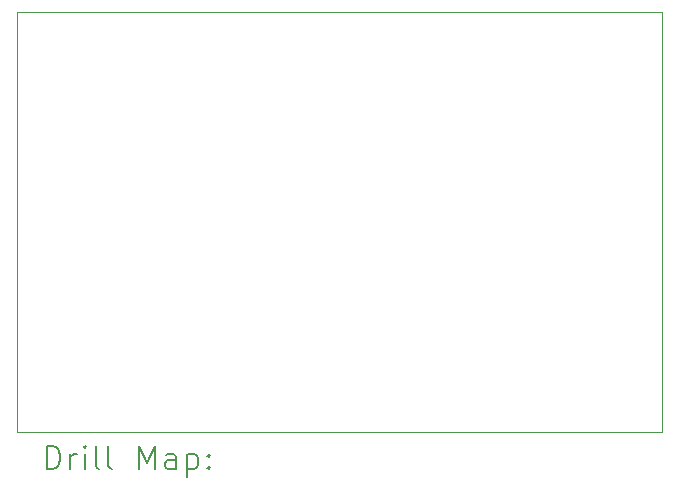
<source format=gbr>
%FSLAX45Y45*%
G04 Gerber Fmt 4.5, Leading zero omitted, Abs format (unit mm)*
G04 Created by KiCad (PCBNEW (6.0.2)) date 2022-02-27 07:15:40*
%MOMM*%
%LPD*%
G01*
G04 APERTURE LIST*
%TA.AperFunction,Profile*%
%ADD10C,0.100000*%
%TD*%
%ADD11C,0.200000*%
G04 APERTURE END LIST*
D10*
X10348652Y-2881052D02*
X4887652Y-2881052D01*
X4887652Y-2881052D02*
X4887652Y-6437052D01*
X4887652Y-6437052D02*
X10348652Y-6437052D01*
X10348652Y-6437052D02*
X10348652Y-2881052D01*
D11*
X5140271Y-6752528D02*
X5140271Y-6552528D01*
X5187890Y-6552528D01*
X5216462Y-6562052D01*
X5235509Y-6581100D01*
X5245033Y-6600147D01*
X5254557Y-6638242D01*
X5254557Y-6666814D01*
X5245033Y-6704909D01*
X5235509Y-6723957D01*
X5216462Y-6743004D01*
X5187890Y-6752528D01*
X5140271Y-6752528D01*
X5340271Y-6752528D02*
X5340271Y-6619195D01*
X5340271Y-6657290D02*
X5349795Y-6638242D01*
X5359319Y-6628719D01*
X5378366Y-6619195D01*
X5397414Y-6619195D01*
X5464081Y-6752528D02*
X5464081Y-6619195D01*
X5464081Y-6552528D02*
X5454557Y-6562052D01*
X5464081Y-6571576D01*
X5473604Y-6562052D01*
X5464081Y-6552528D01*
X5464081Y-6571576D01*
X5587890Y-6752528D02*
X5568842Y-6743004D01*
X5559319Y-6723957D01*
X5559319Y-6552528D01*
X5692652Y-6752528D02*
X5673604Y-6743004D01*
X5664080Y-6723957D01*
X5664080Y-6552528D01*
X5921223Y-6752528D02*
X5921223Y-6552528D01*
X5987890Y-6695385D01*
X6054557Y-6552528D01*
X6054557Y-6752528D01*
X6235509Y-6752528D02*
X6235509Y-6647766D01*
X6225985Y-6628719D01*
X6206938Y-6619195D01*
X6168842Y-6619195D01*
X6149795Y-6628719D01*
X6235509Y-6743004D02*
X6216461Y-6752528D01*
X6168842Y-6752528D01*
X6149795Y-6743004D01*
X6140271Y-6723957D01*
X6140271Y-6704909D01*
X6149795Y-6685861D01*
X6168842Y-6676338D01*
X6216461Y-6676338D01*
X6235509Y-6666814D01*
X6330747Y-6619195D02*
X6330747Y-6819195D01*
X6330747Y-6628719D02*
X6349795Y-6619195D01*
X6387890Y-6619195D01*
X6406938Y-6628719D01*
X6416461Y-6638242D01*
X6425985Y-6657290D01*
X6425985Y-6714433D01*
X6416461Y-6733480D01*
X6406938Y-6743004D01*
X6387890Y-6752528D01*
X6349795Y-6752528D01*
X6330747Y-6743004D01*
X6511700Y-6733480D02*
X6521223Y-6743004D01*
X6511700Y-6752528D01*
X6502176Y-6743004D01*
X6511700Y-6733480D01*
X6511700Y-6752528D01*
X6511700Y-6628719D02*
X6521223Y-6638242D01*
X6511700Y-6647766D01*
X6502176Y-6638242D01*
X6511700Y-6628719D01*
X6511700Y-6647766D01*
M02*

</source>
